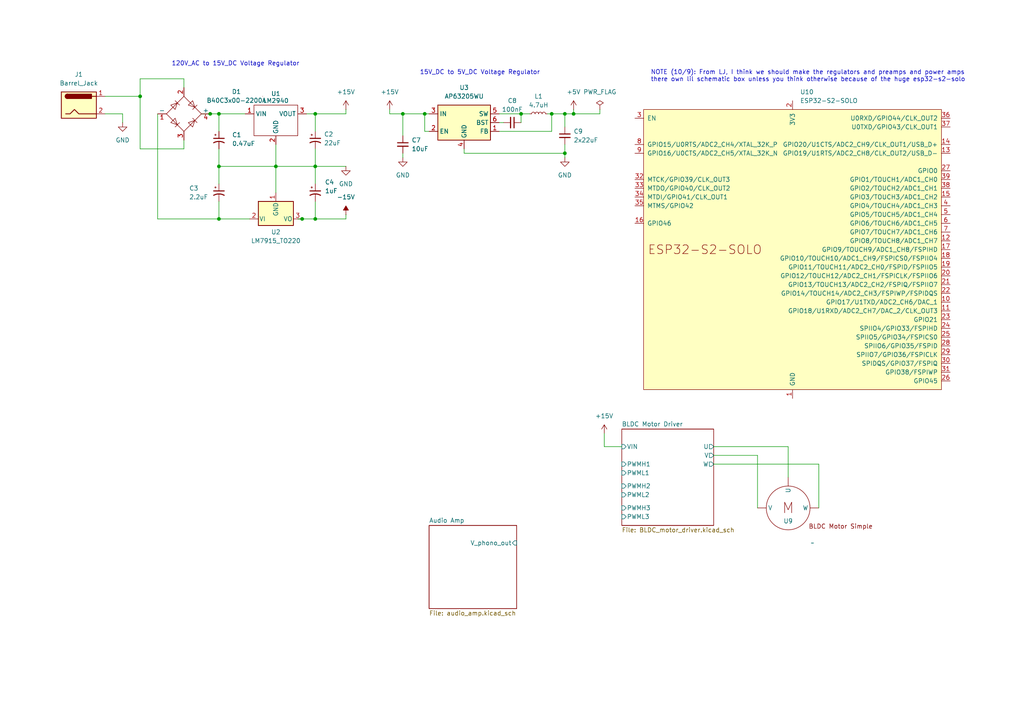
<source format=kicad_sch>
(kicad_sch (version 20231120) (generator "eeschema") (generator_version "8.0")
  (paper "A4")
  (lib_symbols
    (symbol "Device:C_Polarized_Small_US" (pin_numbers hide) (pin_names (offset 0.254) hide)
      (property "Reference" "C" (at 0.254 1.778 0))
      (property "Value" "C_Polarized_Small_US" (at 0.254 -2.032 0))
      (symbol "C_Polarized_Small_US_0_1"
        (polyline (pts (xy -1.524 0.508) (xy 1.524 0.508)) (stroke (width 0.3048)))
        (polyline (pts (xy -1.27 1.524) (xy -0.762 1.524)))
        (polyline (pts (xy -1.016 1.27) (xy -1.016 1.778)))
        (arc (start 1.524 -0.762) (mid 0 -0.3734) (end -1.524 -0.762) (stroke (width 0.3048)))
      )
      (symbol "C_Polarized_Small_US_1_1"
        (pin passive line (at 0 2.54 270) (length 2.032) (name "~") (number "1"))
        (pin passive line (at 0 -2.54 90) (length 2.032) (name "~") (number "2"))
      )
    )
    (symbol "Device:C_Small" (pin_numbers hide) (pin_names (offset 0.254) hide)
      (property "Reference" "C" (at 0.254 1.778 0))
      (property "Value" "C_Small" (at 0.254 -2.032 0))
      (symbol "C_Small_0_1"
        (polyline (pts (xy -1.524 -0.508) (xy 1.524 -0.508)) (stroke (width 0.3302)))
        (polyline (pts (xy -1.524 0.508) (xy 1.524 0.508)) (stroke (width 0.3048)))
      )
      (symbol "C_Small_1_1"
        (pin passive line (at 0 2.54 270) (length 2.032) (name "~") (number "1"))
        (pin passive line (at 0 -2.54 90) (length 2.032) (name "~") (number "2"))
      )
    )
    (symbol "Device:L_Small" (pin_numbers hide) (pin_names (offset 0.254) hide)
      (property "Reference" "L" (at 0.762 1.016 0))
      (property "Value" "L_Small" (at 0.762 -1.016 0))
      (symbol "L_Small_0_1"
        (arc (start 0 -2.032) (mid 0.5058 -1.524) (end 0 -1.016))
        (arc (start 0 -1.016) (mid 0.5058 -0.508) (end 0 0))
        (arc (start 0 0) (mid 0.5058 0.508) (end 0 1.016))
        (arc (start 0 1.016) (mid 0.5058 1.524) (end 0 2.032))
      )
      (symbol "L_Small_1_1"
        (pin passive line (at 0 2.54 270) (length 0.508) (name "~") (number "1"))
        (pin passive line (at 0 -2.54 90) (length 0.508) (name "~") (number "2"))
      )
    )
    (symbol "PCM_Espressif:ESP32-S2-SOLO" (pin_names (offset 1.016))
      (property "Reference" "U" (at -43.18 45.72 0))
      (property "Value" "ESP32-S2-SOLO" (at -43.18 43.18 0))
      (symbol "ESP32-S2-SOLO_0_1"
        (rectangle (start -43.18 40.64) (end 43.18 -40.64) (fill (type background)))
      )
      (symbol "ESP32-S2-SOLO_1_1"
        (text "ESP32-S2-SOLO" (at -25.4 0 0) (effects (font (size 2.54 2.54))))
        (pin power_in line (at 0 -43.18 90) (length 2.54) (name "GND") (number "1"))
        (pin bidirectional line (at 45.72 -15.24 180) (length 2.54) (name "GPIO17/U1TXD/ADC2_CH6/DAC_1") (number "10"))
        (pin bidirectional line (at 45.72 -17.78 180) (length 2.54) (name "GPIO18/U1RXD/ADC2_CH7/DAC_2/CLK_OUT3") (number "11"))
        (pin bidirectional line (at 45.72 2.54 180) (length 2.54) (name "GPIO8/TOUCH8/ADC1_CH7") (number "12"))
        (pin bidirectional line (at 45.72 27.94 180) (length 2.54) (name "GPIO19/U1RTS/ADC2_CH8/CLK_OUT2/USB_D-") (number "13"))
        (pin bidirectional line (at 45.72 30.48 180) (length 2.54) (name "GPIO20/U1CTS/ADC2_CH9/CLK_OUT1/USB_D+") (number "14"))
        (pin bidirectional line (at 45.72 15.24 180) (length 2.54) (name "GPIO3/TOUCH3/ADC1_CH2") (number "15"))
        (pin input line (at -45.72 7.62 0) (length 2.54) (name "GPIO46") (number "16"))
        (pin bidirectional line (at 45.72 0 180) (length 2.54) (name "GPIO9/TOUCH9/ADC1_CH8/FSPIHD") (number "17"))
        (pin bidirectional line (at 45.72 -2.54 180) (length 2.54) (name "GPIO10/TOUCH10/ADC1_CH9/FSPICS0/FSPIIO4") (number "18"))
        (pin bidirectional line (at 45.72 -5.08 180) (length 2.54) (name "GPIO11/TOUCH11/ADC2_CH0/FSPID/FSPIIO5") (number "19"))
        (pin power_in line (at 0 43.18 270) (length 2.54) (name "3V3") (number "2"))
        (pin bidirectional line (at 45.72 -7.62 180) (length 2.54) (name "GPIO12/TOUCH12/ADC2_CH1/FSPICLK/FSPIIO6") (number "20"))
        (pin bidirectional line (at 45.72 -10.16 180) (length 2.54) (name "GPIO13/TOUCH13/ADC2_CH2/FSPIQ/FSPIIO7") (number "21"))
        (pin bidirectional line (at 45.72 -12.7 180) (length 2.54) (name "GPIO14/TOUCH14/ADC2_CH3/FSPIWP/FSPIDQS") (number "22"))
        (pin bidirectional line (at 45.72 -20.32 180) (length 2.54) (name "GPIO21") (number "23"))
        (pin bidirectional line (at 45.72 -22.86 180) (length 2.54) (name "SPIIO4/GPIO33/FSPIHD") (number "24"))
        (pin bidirectional line (at 45.72 -25.4 180) (length 2.54) (name "SPIIO5/GPIO34/FSPICS0") (number "25"))
        (pin bidirectional line (at 45.72 -38.1 180) (length 2.54) (name "GPIO45") (number "26"))
        (pin bidirectional line (at 45.72 22.86 180) (length 2.54) (name "GPIO0") (number "27"))
        (pin bidirectional line (at 45.72 -27.94 180) (length 2.54) (name "SPIIO6/GPIO35/FSPID") (number "28"))
        (pin bidirectional line (at 45.72 -30.48 180) (length 2.54) (name "SPIIO7/GPIO36/FSPICLK") (number "29"))
        (pin bidirectional line (at -45.72 38.1 0) (length 2.54) (name "EN") (number "3"))
        (pin bidirectional line (at 45.72 -33.02 180) (length 2.54) (name "SPIDQS/GPIO37/FSPIQ") (number "30"))
        (pin bidirectional line (at 45.72 -35.56 180) (length 2.54) (name "GPIO38/FSPIWP") (number "31"))
        (pin bidirectional line (at -45.72 20.32 0) (length 2.54) (name "MTCK/GPIO39/CLK_OUT3") (number "32"))
        (pin bidirectional line (at -45.72 17.78 0) (length 2.54) (name "MTDO/GPIO40/CLK_OUT2") (number "33"))
        (pin bidirectional line (at -45.72 15.24 0) (length 2.54) (name "MTDI/GPIO41/CLK_OUT1") (number "34"))
        (pin bidirectional line (at -45.72 12.7 0) (length 2.54) (name "MTMS/GPIO42") (number "35"))
        (pin bidirectional line (at 45.72 38.1 180) (length 2.54) (name "U0RXD/GPIO44/CLK_OUT2") (number "36"))
        (pin bidirectional line (at 45.72 35.56 180) (length 2.54) (name "U0TXD/GPIO43/CLK_OUT1") (number "37"))
        (pin bidirectional line (at 45.72 17.78 180) (length 2.54) (name "GPIO2/TOUCH2/ADC1_CH1") (number "38"))
        (pin bidirectional line (at 45.72 20.32 180) (length 2.54) (name "GPIO1/TOUCH1/ADC1_CH0") (number "39"))
        (pin bidirectional line (at 45.72 12.7 180) (length 2.54) (name "GPIO4/TOUCH4/ADC1_CH3") (number "4"))
        (pin passive line (at 0 -43.18 90) (length 2.54) hide (name "GND") (number "40"))
        (pin passive line (at 0 -43.18 90) (length 2.54) hide (name "GND") (number "41"))
        (pin bidirectional line (at 45.72 10.16 180) (length 2.54) (name "GPIO5/TOUCH5/ADC1_CH4") (number "5"))
        (pin bidirectional line (at 45.72 7.62 180) (length 2.54) (name "GPIO6/TOUCH6/ADC1_CH5") (number "6"))
        (pin bidirectional line (at 45.72 5.08 180) (length 2.54) (name "GPIO7/TOUCH7/ADC1_CH6") (number "7"))
        (pin bidirectional line (at -45.72 30.48 0) (length 2.54) (name "GPIO15/U0RTS/ADC2_CH4/XTAL_32K_P") (number "8"))
        (pin bidirectional line (at -45.72 27.94 0) (length 2.54) (name "GPIO16/U0CTS/ADC2_CH5/XTAL_32K_N") (number "9"))
      )
    )
    (symbol "Regulator_Linear:LM7915_TO220" (pin_names (offset 0.254))
      (property "Reference" "U" (at -3.81 -3.175 0))
      (property "Value" "LM7915_TO220" (at 0 -3.175 0))
      (symbol "LM7915_TO220_0_1"
        (rectangle (start -5.08 5.08) (end 5.08 -1.905) (stroke (width 0.254)) (fill (type background)))
      )
      (symbol "LM7915_TO220_1_1"
        (pin power_in line (at 0 7.62 270) (length 2.54) (name "GND") (number "1"))
        (pin power_in line (at -7.62 0 0) (length 2.54) (name "VI") (number "2"))
        (pin power_out line (at 7.62 0 180) (length 2.54) (name "VO") (number "3"))
      )
    )
    (symbol "Regulator_Switching:AP63205WU"
      (property "Reference" "U" (at -7.62 6.35 0))
      (property "Value" "AP63205WU" (at 2.54 6.35 0))
      (symbol "AP63205WU_0_1"
        (rectangle (start -7.62 5.08) (end 7.62 -5.08) (stroke (width 0.254)) (fill (type background)))
      )
      (symbol "AP63205WU_1_1"
        (pin input line (at 10.16 -2.54 180) (length 2.54) (name "FB") (number "1"))
        (pin input line (at -10.16 -2.54 0) (length 2.54) (name "EN") (number "2"))
        (pin power_in line (at -10.16 2.54 0) (length 2.54) (name "IN") (number "3"))
        (pin power_in line (at 0 -7.62 90) (length 2.54) (name "GND") (number "4"))
        (pin output line (at 10.16 2.54 180) (length 2.54) (name "SW") (number "5"))
        (pin passive line (at 10.16 0 180) (length 2.54) (name "BST") (number "6"))
      )
    )
    (symbol "custom_symbols:BLDC_MOTOR_SIMPLE"
      (property "Reference" "U" (at 0 -3.302 0))
      (symbol "BLDC_MOTOR_SIMPLE_0_1"
        (circle (center 0 0) (radius 6.35))
      )
      (symbol "BLDC_MOTOR_SIMPLE_1_1"
        (text "BLDC Motor Simple\n" (at 15.24 -5.334 0) (effects (font (size 1.27 1.27))))
        (text "M" (at 0 0 0) (effects (font (size 3.048 3.048))))
        (pin input line (at 0 8.89 270) (length 2.54) (name "U") (number ""))
        (pin input line (at -8.89 0 0) (length 2.54) (name "V") (number ""))
        (pin input line (at 8.89 0 180) (length 2.54) (name "W") (number ""))
      )
    )
    (symbol "custom_symbols:LM2940x"
      (property "Reference" "LM2940x" (at 0 6.35 0))
      (symbol "LM2940x_0_1"
        (rectangle (start -6.35 3.81) (end 6.35 -5.08))
        (rectangle (start -3.81 6.35) (end -3.81 6.35))
      )
      (symbol "LM2940x_1_1"
        (pin power_in line (at -8.89 1.27 0) (length 2.54) (name "VIN") (number "1"))
        (pin input line (at 0 -7.62 90) (length 2.54) (name "GND") (number "2"))
        (pin power_out line (at 8.89 1.27 180) (length 2.54) (name "VOUT") (number "3"))
      )
    )
    (symbol "custom_symbols:MDB10S" (pin_names (offset 0))
      (property "Reference" "D" (at 2.54 6.985 0))
      (property "Value" "B40C3x00-2200A" (at 2.54 5.08 0))
      (symbol "MDB10S_0_1"
        (polyline (pts (xy -2.54 3.81) (xy -1.27 2.54)))
        (polyline (pts (xy -1.27 -2.54) (xy -2.54 -3.81)))
        (polyline (pts (xy 2.54 -1.27) (xy 3.81 -2.54)))
        (polyline (pts (xy 2.54 1.27) (xy 3.81 2.54)))
        (polyline (pts (xy -3.81 2.54) (xy -2.54 1.27) (xy -1.905 3.175) (xy -3.81 2.54)))
        (polyline (pts (xy -2.54 -1.27) (xy -3.81 -2.54) (xy -1.905 -3.175) (xy -2.54 -1.27)))
        (polyline (pts (xy 1.27 2.54) (xy 2.54 3.81) (xy 3.175 1.905) (xy 1.27 2.54)))
        (polyline (pts (xy 3.175 -1.905) (xy 1.27 -2.54) (xy 2.54 -3.81) (xy 3.175 -1.905)))
        (polyline (pts (xy -5.08 0) (xy 0 -5.08) (xy 5.08 0) (xy 0 5.08) (xy -5.08 0)))
      )
      (symbol "MDB10S_1_1"
        (pin power_out line (at -7.62 0 0) (length 2.54) (name "-") (number "1"))
        (pin passive line (at 0 7.62 270) (length 2.54) (name "~") (number "2"))
        (pin passive line (at 0 -7.62 90) (length 2.54) (name "~") (number "3"))
        (pin power_out line (at 7.62 0 180) (length 2.54) (name "+") (number "4"))
      )
    )
    (symbol "custom_symbols:jmills_Barrel_Jack" (pin_names (offset 1.016))
      (property "Reference" "J" (at 0 5.334 0))
      (property "Value" "Barrel_Jack" (at 0 -5.08 0))
      (symbol "jmills_Barrel_Jack_0_1"
        (rectangle (start -5.08 3.81) (end 5.08 -3.81) (stroke (width 0.254)) (fill (type background)))
        (arc (start -3.302 3.175) (mid -3.9343 2.54) (end -3.302 1.905) (stroke (width 0.254)))
        (arc (start -3.302 3.175) (mid -3.9343 2.54) (end -3.302 1.905) (stroke (width 0.254)) (fill (type outline)))
        (polyline (pts (xy 5.08 2.54) (xy 3.81 2.54)) (stroke (width 0.254)))
        (polyline (pts (xy -3.81 -2.54) (xy -2.54 -2.54) (xy -1.27 -1.27) (xy 0 -2.54) (xy 2.54 -2.54) (xy 5.08 -2.54)) (stroke (width 0.254)))
        (rectangle (start 3.683 3.175) (end -3.302 1.905) (stroke (width 0.254)) (fill (type outline)))
      )
      (symbol "jmills_Barrel_Jack_1_1"
        (pin power_out line (at 7.62 2.54 180) (length 2.54) (name "~") (number "1"))
        (pin power_out line (at 7.62 -2.54 180) (length 2.54) (name "~") (number "2"))
      )
    )
    (symbol "power:+15V" (power) (pin_numbers hide) (pin_names (offset 0) hide)
      (property "Value" "+15V" (at 0 3.556 0))
      (symbol "+15V_0_1"
        (polyline (pts (xy -0.762 1.27) (xy 0 2.54)))
        (polyline (pts (xy 0 0) (xy 0 2.54)))
        (polyline (pts (xy 0 2.54) (xy 0.762 1.27)))
      )
      (symbol "+15V_1_1"
        (pin power_in line (at 0 0 90) (length 0) (name "~") (number "1"))
      )
    )
    (symbol "power:-15V" (power) (pin_numbers hide) (pin_names (offset 0) hide)
      (property "Value" "-15V" (at 0 3.556 0))
      (symbol "-15V_0_0"
        (pin power_in line (at 0 0 90) (length 0) (name "~") (number "1"))
      )
      (symbol "-15V_0_1"
        (polyline (pts (xy 0 0) (xy 0 1.27) (xy 0.762 1.27) (xy 0 2.54) (xy -0.762 1.27) (xy 0 1.27)) (fill (type outline)))
      )
    )
    (symbol "power:GND" (power) (pin_numbers hide) (pin_names (offset 0) hide)
      (property "Value" "GND" (at 0 -3.81 0))
      (symbol "GND_0_1"
        (polyline (pts (xy 0 0) (xy 0 -1.27) (xy 1.27 -1.27) (xy 0 -2.54) (xy -1.27 -1.27) (xy 0 -1.27)))
      )
      (symbol "GND_1_1"
        (pin power_in line (at 0 0 270) (length 0) (name "~") (number "1"))
      )
    )
    (symbol "power:PWR_FLAG" (power) (pin_numbers hide) (pin_names (offset 0) hide)
      (property "Value" "PWR_FLAG" (at 0 3.81 0))
      (symbol "PWR_FLAG_0_0"
        (pin power_out line (at 0 0 90) (length 0) (name "~") (number "1"))
      )
      (symbol "PWR_FLAG_0_1"
        (polyline (pts (xy 0 0) (xy 0 1.27) (xy -1.016 1.905) (xy 0 2.54) (xy 1.016 1.905) (xy 0 1.27)))
      )
    )
  )
  (junction (at 116.84 33.02))
  (junction (at 163.83 44.45))
  (junction (at 151.13 33.02))
  (junction (at 63.5 63.5))
  (junction (at 123.19 33.02))
  (junction (at 160.02 33.02))
  (junction (at 166.37 33.02))
  (junction (at 91.44 33.02))
  (junction (at 91.44 63.5))
  (junction (at 60.96 33.02))
  (junction (at 91.44 48.26))
  (junction (at 87.63 63.5))
  (junction (at 63.5 33.02))
  (junction (at 163.83 33.02))
  (junction (at 63.5 48.26))
  (junction (at 40.64 27.94))
  (junction (at 80.01 48.26))
  (wire (pts (xy 151.13 33.02) (xy 153.67 33.02)))
  (wire (pts (xy 45.72 33.02) (xy 45.72 63.5)))
  (wire (pts (xy 91.44 43.18) (xy 91.44 48.26)))
  (wire (pts (xy 163.83 41.91) (xy 163.83 44.45)))
  (wire (pts (xy 123.19 33.02) (xy 123.19 38.1)))
  (wire (pts (xy 123.19 33.02) (xy 124.46 33.02)))
  (wire (pts (xy 58.42 33.02) (xy 60.96 33.02)))
  (wire (pts (xy 134.62 43.18) (xy 134.62 44.45)))
  (wire (pts (xy 163.83 44.45) (xy 163.83 45.72)))
  (wire (pts (xy 123.19 38.1) (xy 124.46 38.1)))
  (wire (pts (xy 207.01 132.08) (xy 219.71 132.08)))
  (wire (pts (xy 87.63 63.5) (xy 91.44 63.5)))
  (wire (pts (xy 53.34 22.86) (xy 53.34 25.4)))
  (wire (pts (xy 63.5 48.26) (xy 63.5 53.34)))
  (wire (pts (xy 40.64 27.94) (xy 40.64 22.86)))
  (wire (pts (xy 35.56 33.02) (xy 35.56 35.56)))
  (wire (pts (xy 113.03 33.02) (xy 116.84 33.02)))
  (wire (pts (xy 116.84 44.45) (xy 116.84 45.72)))
  (wire (pts (xy 113.03 31.75) (xy 113.03 33.02)))
  (wire (pts (xy 91.44 33.02) (xy 100.33 33.02)))
  (wire (pts (xy 91.44 48.26) (xy 91.44 53.34)))
  (wire (pts (xy 144.78 38.1) (xy 160.02 38.1)))
  (wire (pts (xy 163.83 33.02) (xy 163.83 36.83)))
  (wire (pts (xy 100.33 62.23) (xy 100.33 63.5)))
  (wire (pts (xy 30.48 27.94) (xy 40.64 27.94)))
  (wire (pts (xy 144.78 33.02) (xy 151.13 33.02)))
  (wire (pts (xy 45.72 63.5) (xy 63.5 63.5)))
  (wire (pts (xy 63.5 63.5) (xy 72.39 63.5)))
  (wire (pts (xy 144.78 35.56) (xy 146.05 35.56)))
  (wire (pts (xy 100.33 33.02) (xy 100.33 31.75)))
  (wire (pts (xy 30.48 33.02) (xy 35.56 33.02)))
  (wire (pts (xy 60.96 33.02) (xy 63.5 33.02)))
  (wire (pts (xy 207.01 134.62) (xy 237.49 134.62)))
  (wire (pts (xy 166.37 31.75) (xy 166.37 33.02)))
  (wire (pts (xy 91.44 63.5) (xy 100.33 63.5)))
  (wire (pts (xy 40.64 27.94) (xy 40.64 43.18)))
  (wire (pts (xy 91.44 33.02) (xy 91.44 38.1)))
  (wire (pts (xy 160.02 33.02) (xy 160.02 38.1)))
  (wire (pts (xy 237.49 134.62) (xy 237.49 147.32)))
  (wire (pts (xy 158.75 33.02) (xy 160.02 33.02)))
  (wire (pts (xy 53.34 43.18) (xy 40.64 43.18)))
  (wire (pts (xy 63.5 33.02) (xy 71.12 33.02)))
  (wire (pts (xy 86.36 63.5) (xy 87.63 63.5)))
  (wire (pts (xy 219.71 132.08) (xy 219.71 147.32)))
  (wire (pts (xy 207.01 129.54) (xy 228.6 129.54)))
  (wire (pts (xy 180.34 129.54) (xy 175.26 129.54)))
  (wire (pts (xy 116.84 33.02) (xy 116.84 39.37)))
  (wire (pts (xy 63.5 33.02) (xy 63.5 38.1)))
  (wire (pts (xy 80.01 48.26) (xy 91.44 48.26)))
  (wire (pts (xy 163.83 44.45) (xy 134.62 44.45)))
  (wire (pts (xy 53.34 40.64) (xy 53.34 43.18)))
  (wire (pts (xy 160.02 33.02) (xy 163.83 33.02)))
  (wire (pts (xy 173.99 33.02) (xy 173.99 31.75)))
  (wire (pts (xy 151.13 35.56) (xy 151.13 33.02)))
  (wire (pts (xy 116.84 33.02) (xy 123.19 33.02)))
  (wire (pts (xy 163.83 33.02) (xy 166.37 33.02)))
  (wire (pts (xy 80.01 48.26) (xy 80.01 55.88)))
  (wire (pts (xy 166.37 33.02) (xy 173.99 33.02)))
  (wire (pts (xy 228.6 129.54) (xy 228.6 138.43)))
  (wire (pts (xy 63.5 48.26) (xy 80.01 48.26)))
  (wire (pts (xy 91.44 48.26) (xy 100.33 48.26)))
  (wire (pts (xy 40.64 22.86) (xy 53.34 22.86)))
  (wire (pts (xy 63.5 58.42) (xy 63.5 63.5)))
  (wire (pts (xy 80.01 41.91) (xy 80.01 48.26)))
  (wire (pts (xy 88.9 33.02) (xy 91.44 33.02)))
  (wire (pts (xy 63.5 43.18) (xy 63.5 48.26)))
  (wire (pts (xy 91.44 58.42) (xy 91.44 63.5)))
  (wire (pts (xy 175.26 125.73) (xy 175.26 129.54)))
  (text "NOTE (10/9): From LJ, I think we should make the regulators and preamps and power amps \nthere own lil schematic box unless you think otherwise because of the huge esp32-s2-solo" (at 188.722 22.098 0) (effects (font (size 1.27 1.27)) (justify left)))
  (text "15V_DC to 5V_DC Voltage Regulator\n" (exclude_from_sim yes) (at 139.192 21.082 0) (effects (font (size 1.27 1.27))))
  (text "120V_AC to 15V_DC Voltage Regulator" (exclude_from_sim yes) (at 68.326 18.542 0) (effects (font (size 1.27 1.27))))
  (symbol (lib_id "power:PWR_FLAG") (at 173.99 31.75 0) (unit 1)
    (property "Reference" "#FLG01" (effects (hide yes)))
    (property "Value" "PWR_FLAG" (at 173.99 26.67 0))
    (property "Description" "Special symbol for telling ERC where power comes from" (effects (hide yes)))
  )
  (symbol (lib_id "PCM_Espressif:ESP32-S2-SOLO") (at 229.87 72.39 0) (unit 1)
    (property "Reference" "U10" (at 232.0641 26.67 0) (effects (justify left)))
    (property "Value" "ESP32-S2-SOLO" (at 232.0641 29.21 0) (effects (justify left)))
    (property "Footprint" "PCM_Espressif:ESP32-S2-SOLO" (effects (hide yes)))
    (property "Datasheet" "https://www.espressif.com/sites/default/files/documentation/esp32-s2-solo_esp32-s2-solo-u_datasheet_en.pdf" (effects (hide yes)))
    (property "Description" "ESP32-S2-SOLO and ESP32-S2-SOLO-U are two powerful, generic Wi-Fi MCU modules that have a rich set of peripherals." (effects (hide yes)))
  )
  (symbol (lib_id "power:GND") (at 163.83 45.72 0) (unit 1)
    (property "Reference" "#PWR010" (effects (hide yes)))
    (property "Value" "GND" (at 163.83 50.8 0))
    (property "Description" "Power symbol creates a global label with name \"GND\" , ground" (effects (hide yes)))
  )
  (symbol (lib_id "Device:C_Small") (at 148.59 35.56 270) (unit 1)
    (property "Reference" "C8" (at 148.5836 29.21 90))
    (property "Value" "100nF" (at 148.5836 31.75 90))
    (property "Description" "Unpolarized capacitor, small symbol" (effects (hide yes)))
  )
  (symbol (lib_id "power:+15V") (at 100.33 31.75 0) (unit 1)
    (property "Reference" "#PWR03" (effects (hide yes)))
    (property "Value" "+15V" (at 100.33 26.67 0))
    (property "Description" "Power symbol creates a global label with name \"+15V\"" (effects (hide yes)))
  )
  (symbol (lib_id "Device:C_Polarized_Small_US") (at 63.5 40.64 0) (unit 1)
    (property "Reference" "C1" (at 67.31 39.116 0) (effects (justify left)))
    (property "Value" "0.47uF" (at 67.31 41.656 0) (effects (justify left)))
    (property "Description" "Polarized capacitor, small US symbol" (effects (hide yes)))
  )
  (symbol (lib_id "custom_symbols:LM2940x") (at 80.01 34.29 0) (unit 1)
    (property "Reference" "U1" (at 80.01 27.178 0))
    (property "Value" "LM2940" (at 80.01 29.21 0))
  )
  (symbol (lib_id "power:-15V") (at 100.33 62.23 0) (unit 1)
    (property "Reference" "#PWR04" (effects (hide yes)))
    (property "Value" "-15V" (at 100.33 57.15 0))
    (property "Description" "Power symbol creates a global label with name \"-15V\"" (effects (hide yes)))
  )
  (symbol (lib_id "Regulator_Switching:AP63205WU") (at 134.62 35.56 0) (unit 1)
    (property "Reference" "U3" (at 134.62 25.4 0))
    (property "Value" "AP63205WU" (at 134.62 27.94 0))
    (property "Footprint" "Package_TO_SOT_SMD:TSOT-23-6" (effects (hide yes)))
    (property "Datasheet" "https://www.diodes.com/assets/Datasheets/AP63200-AP63201-AP63203-AP63205.pdf" (effects (hide yes)))
    (property "Description" "2A, 1.1MHz Buck DC/DC Converter, fixed 5.0V output voltage, TSOT-23-6" (effects (hide yes)))
  )
  (symbol (lib_id "custom_symbols:jmills_Barrel_Jack") (at 22.86 30.48 0) (unit 1)
    (property "Reference" "J1" (at 22.86 21.59 0))
    (property "Value" "Barrel_Jack" (at 22.86 24.13 0))
    (property "Description" "AC Barrel Jack" (effects (hide yes)))
  )
  (symbol (lib_id "Regulator_Linear:LM7915_TO220") (at 80.01 63.5 0) (unit 1)
    (property "Reference" "U2" (at 80.01 67.31 0))
    (property "Value" "LM7915_TO220" (at 80.01 69.85 0))
    (property "Footprint" "Package_TO_SOT_THT:TO-220-3_Vertical" (effects (hide yes)))
    (property "Datasheet" "https://www.onsemi.com/pub/Collateral/MC7900-D.PDF" (effects (hide yes)))
    (property "Description" "Negative 1A 35V Linear Regulator, Fixed Output 15V, TO-220" (effects (hide yes)))
  )
  (symbol (lib_id "Device:C_Small") (at 116.84 41.91 0) (unit 1)
    (property "Reference" "C7" (at 119.38 40.6462 0) (effects (justify left)))
    (property "Value" "10uF" (at 119.38 43.1862 0) (effects (justify left)))
    (property "Description" "Unpolarized capacitor, small symbol" (effects (hide yes)))
  )
  (symbol (lib_id "custom_symbols:BLDC_MOTOR_SIMPLE") (at 228.6 147.32 0) (unit 1)
    (property "Reference" "U9" (at 228.6 151.13 0))
    (property "Value" "~" (at 235.6798 157.48 0))
  )
  (symbol (lib_id "Device:L_Small") (at 156.21 33.02 90) (unit 1)
    (property "Reference" "L1" (at 156.21 27.94 90))
    (property "Value" "4.7uH" (at 156.21 30.48 90))
    (property "Description" "Inductor, small symbol" (effects (hide yes)))
  )
  (symbol (lib_id "power:GND") (at 116.84 45.72 0) (unit 1)
    (property "Reference" "#PWR08" (effects (hide yes)))
    (property "Value" "GND" (at 116.84 50.8 0))
    (property "Description" "Power symbol creates a global label with name \"GND\" , ground" (effects (hide yes)))
  )
  (symbol (lib_id "Device:C_Polarized_Small_US") (at 91.44 40.64 0) (unit 1)
    (property "Reference" "C2" (at 93.98 38.9381 0) (effects (justify left)))
    (property "Value" "22uF" (at 93.98 41.4781 0) (effects (justify left)))
    (property "Description" "Polarized capacitor, small US symbol" (effects (hide yes)))
  )
  (symbol (lib_id "Device:C_Small") (at 163.83 39.37 0) (unit 1)
    (property "Reference" "C9" (at 166.37 38.1062 0) (effects (justify left)))
    (property "Value" "2x22uF" (at 166.37 40.6462 0) (effects (justify left)))
    (property "Description" "Unpolarized capacitor, small symbol" (effects (hide yes)))
  )
  (symbol (lib_id "power:+15V") (at 175.26 125.73 0) (unit 1)
    (property "Reference" "#PWR044" (effects (hide yes)))
    (property "Value" "+15V" (at 175.26 120.65 0))
    (property "Description" "Power symbol creates a global label with name \"+15V\"" (effects (hide yes)))
  )
  (symbol (lib_id "power:GND") (at 35.56 35.56 0) (unit 1)
    (property "Reference" "#PWR01" (effects (hide yes)))
    (property "Value" "GND" (at 35.56 40.64 0))
    (property "Description" "Power symbol creates a global label with name \"GND\" , ground" (effects (hide yes)))
  )
  (symbol (lib_id "power:GND") (at 100.33 48.26 0) (unit 1)
    (property "Reference" "#PWR02" (effects (hide yes)))
    (property "Value" "GND" (at 100.33 53.34 0))
    (property "Description" "Power symbol creates a global label with name \"GND\" , ground" (effects (hide yes)))
  )
  (symbol (lib_id "Device:C_Polarized_Small_US") (at 91.44 55.88 0) (unit 1)
    (property "Reference" "C4" (at 94.234 52.832 0) (effects (justify left)))
    (property "Value" "1uF" (at 94.234 55.372 0) (effects (justify left)))
    (property "Description" "Polarized capacitor, small US symbol" (effects (hide yes)))
  )
  (symbol (lib_id "custom_symbols:MDB10S") (at 53.34 33.02 0) (unit 1)
    (property "Reference" "D1" (at 68.58 26.5998 0))
    (property "Value" "B40C3x00-2200A" (at 68.58 29.1398 0))
    (property "Footprint" "Diode_THT:Diode_Bridge_32.0x5.6x17.0mm_P10.0mm_P7.5mm" (effects (hide yes)))
    (property "Datasheet" "https://diotec.com/tl_files/diotec/files/pdf/datasheets/b40c3700" (effects (hide yes)))
    (property "Description" "Silicon Bridge Rectifier, 40V Vrms, 2.2A If, pins=-AA+, SIL-package" (effects (hide yes)))
  )
  (symbol (lib_id "power:+15V") (at 166.37 31.75 0) (unit 1)
    (property "Reference" "#PWR09" (effects (hide yes)))
    (property "Value" "+5V" (at 166.37 26.67 0))
    (property "Description" "Power symbol creates a global label with name \"+15V\"" (effects (hide yes)))
  )
  (symbol (lib_id "power:+15V") (at 113.03 31.75 0) (unit 1)
    (property "Reference" "#PWR07" (effects (hide yes)))
    (property "Value" "+15V" (at 113.03 26.67 0))
    (property "Description" "Power symbol creates a global label with name \"+15V\"" (effects (hide yes)))
  )
  (symbol (lib_id "Device:C_Polarized_Small_US") (at 63.5 55.88 0) (unit 1)
    (property "Reference" "C3" (at 54.864 54.61 0) (effects (justify left)))
    (property "Value" "2.2uF" (at 54.864 57.15 0) (effects (justify left)))
    (property "Description" "Polarized capacitor, small US symbol" (effects (hide yes)))
  )
  (sheet (at 124.46 152.4) (size 25.4 24.13) (stroke (width 0.1524))
    (property "Sheetname" "Audio Amp" (at 124.46 151.6884 0) (effects (justify left bottom)))
    (property "Sheetfile" "audio_amp.kicad_sch" (at 124.46 177.1146 0) (effects (justify left top)))
    (pin "V_phono_out" input (at 149.86 157.48 0))
  )
  (sheet (at 180.34 124.46) (size 26.67 27.94) (stroke (width 0.1524))
    (property "Sheetname" "BLDC Motor Driver" (at 180.34 123.7484 0) (effects (justify left bottom)))
    (property "Sheetfile" "BLDC_motor_driver.kicad_sch" (at 180.34 152.9846 0) (effects (justify left top)))
    (pin "PWMH2" input (at 180.34 140.97 180))
    (pin "PWMH1" input (at 180.34 134.62 180))
    (pin "PWML1" input (at 180.34 137.16 180))
    (pin "VIN" input (at 180.34 129.54 180))
    (pin "PWMH3" input (at 180.34 147.32 180))
    (pin "PWML3" input (at 180.34 149.86 180))
    (pin "PWML2" input (at 180.34 143.51 180))
    (pin "U" output (at 207.01 129.54 0))
    (pin "V" output (at 207.01 132.08 0))
    (pin "W" output (at 207.01 134.62 0))
  )
)
</source>
